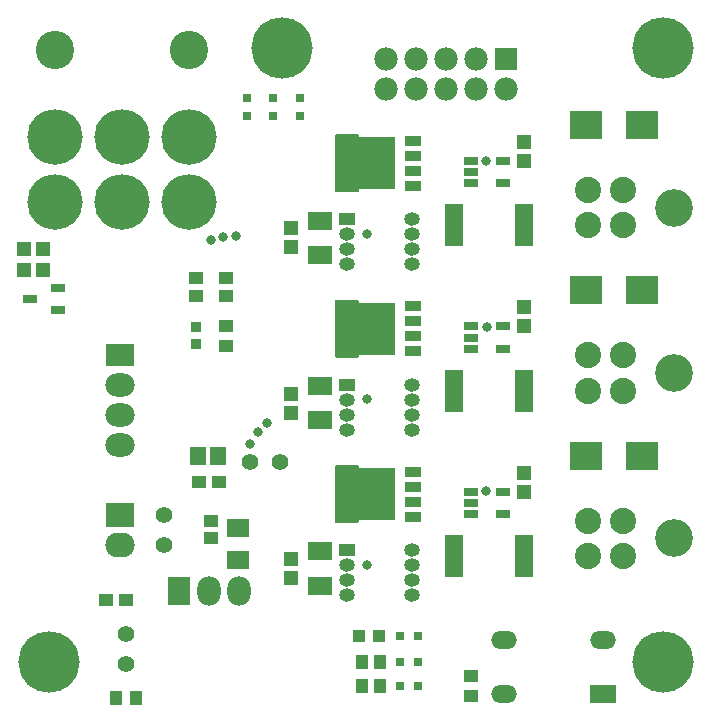
<source format=gts>
G04*
G04 #@! TF.GenerationSoftware,Altium Limited,Altium Designer,20.2.6 (244)*
G04*
G04 Layer_Color=8388736*
%FSLAX25Y25*%
%MOIN*%
G70*
G04*
G04 #@! TF.SameCoordinates,023A6027-31B4-44E3-9114-37264AD4D944*
G04*
G04*
G04 #@! TF.FilePolarity,Negative*
G04*
G01*
G75*
%ADD22R,0.03150X0.03150*%
%ADD23R,0.04469X0.04182*%
%ADD30R,0.03591X0.03772*%
%ADD31R,0.03150X0.03150*%
%ADD36R,0.04560X0.03985*%
%ADD45R,0.05276X0.04370*%
%ADD46O,0.05276X0.04370*%
%ADD47R,0.04921X0.03150*%
%ADD48R,0.04724X0.03937*%
%ADD49O,0.08661X0.05906*%
%ADD50R,0.08661X0.05906*%
%ADD51R,0.04724X0.04331*%
%ADD52R,0.04921X0.04331*%
%ADD53R,0.03937X0.04724*%
%ADD54R,0.04331X0.04724*%
%ADD55R,0.05512X0.06299*%
%ADD56R,0.07874X0.05906*%
%ADD57R,0.07795X0.06378*%
%ADD58R,0.05709X0.03543*%
%ADD59R,0.05315X0.03543*%
%ADD60R,0.04724X0.04724*%
%ADD61R,0.04724X0.03150*%
%ADD62R,0.05906X0.14173*%
%ADD63R,0.10630X0.09449*%
%ADD64R,0.04724X0.04724*%
%ADD65O,0.09787X0.07787*%
%ADD66R,0.09787X0.07787*%
%ADD67C,0.12795*%
%ADD68C,0.18504*%
%ADD69C,0.07787*%
%ADD70R,0.07787X0.07787*%
%ADD71C,0.20472*%
%ADD72R,0.09787X0.08287*%
%ADD73O,0.09787X0.08287*%
%ADD74C,0.08787*%
%ADD75C,0.12598*%
%ADD76O,0.07787X0.09787*%
%ADD77R,0.07787X0.09787*%
%ADD78C,0.05512*%
%ADD79C,0.03150*%
G36*
X118654Y81482D02*
X118705Y81472D01*
X118754Y81456D01*
X118800Y81433D01*
X118843Y81404D01*
X118882Y81370D01*
X118916Y81331D01*
X118944Y81289D01*
X118967Y81242D01*
X118984Y81193D01*
X118994Y81143D01*
X118997Y81091D01*
Y80502D01*
X130807D01*
X130859Y80498D01*
X130910Y80488D01*
X130958Y80472D01*
X131005Y80449D01*
X131048Y80420D01*
X131086Y80386D01*
X131121Y80347D01*
X131149Y80304D01*
X131172Y80258D01*
X131189Y80209D01*
X131199Y80159D01*
X131202Y80107D01*
Y63572D01*
X131199Y63520D01*
X131189Y63469D01*
X131172Y63421D01*
X131149Y63374D01*
X131121Y63332D01*
X131086Y63293D01*
X131048Y63259D01*
X131005Y63230D01*
X130958Y63207D01*
X130910Y63191D01*
X130859Y63181D01*
X130807Y63177D01*
X118997D01*
Y62587D01*
X118994Y62536D01*
X118984Y62485D01*
X118967Y62436D01*
X118944Y62390D01*
X118916Y62347D01*
X118882Y62308D01*
X118843Y62274D01*
X118800Y62246D01*
X118754Y62223D01*
X118705Y62206D01*
X118654Y62196D01*
X118603Y62193D01*
X111615Y62193D01*
X111563Y62196D01*
X111512Y62206D01*
X111464Y62223D01*
X111417Y62246D01*
X111374Y62274D01*
X111336Y62308D01*
X111302Y62347D01*
X111273Y62390D01*
X111250Y62436D01*
X111233Y62485D01*
X111223Y62536D01*
X111220Y62587D01*
Y71820D01*
X111220Y76544D01*
X111220Y79064D01*
Y79064D01*
Y79064D01*
X111220Y81091D01*
X111223Y81143D01*
X111233Y81194D01*
X111245Y81227D01*
X111250Y81242D01*
X111273Y81289D01*
D01*
X111273Y81289D01*
X111287Y81310D01*
X111302Y81331D01*
X111336Y81370D01*
X111336D01*
Y81370D01*
X111374Y81404D01*
X111396Y81419D01*
X111417Y81433D01*
X111417Y81433D01*
D01*
X111464Y81456D01*
X111479Y81461D01*
X111512Y81472D01*
X111563Y81482D01*
X111615Y81486D01*
X118603D01*
X118654Y81482D01*
D02*
G37*
G36*
X118654Y136601D02*
X118705Y136591D01*
X118754Y136574D01*
X118800Y136551D01*
X118843Y136522D01*
X118882Y136488D01*
X118916Y136450D01*
X118944Y136407D01*
X118967Y136360D01*
X118984Y136312D01*
X118994Y136261D01*
X118997Y136209D01*
Y135620D01*
X130807D01*
X130859Y135616D01*
X130910Y135606D01*
X130958Y135590D01*
X131005Y135567D01*
X131048Y135538D01*
X131086Y135504D01*
X131121Y135465D01*
X131149Y135423D01*
X131172Y135376D01*
X131188Y135327D01*
X131199Y135277D01*
X131202Y135225D01*
Y118690D01*
X131199Y118638D01*
X131188Y118588D01*
X131172Y118539D01*
X131149Y118492D01*
X131121Y118450D01*
X131086Y118411D01*
X131048Y118377D01*
X131005Y118348D01*
X130958Y118325D01*
X130910Y118309D01*
X130859Y118299D01*
X130807Y118295D01*
X118997D01*
Y117706D01*
X118994Y117654D01*
X118984Y117603D01*
X118967Y117554D01*
X118944Y117508D01*
X118916Y117465D01*
X118882Y117427D01*
X118843Y117393D01*
X118800Y117364D01*
X118754Y117341D01*
X118705Y117324D01*
X118654Y117314D01*
X118603Y117311D01*
X111615D01*
X111563Y117314D01*
X111512Y117324D01*
X111464Y117341D01*
X111417Y117364D01*
X111374Y117393D01*
X111336Y117427D01*
X111302Y117465D01*
X111273Y117508D01*
X111250Y117554D01*
X111233Y117603D01*
X111223Y117654D01*
X111220Y117706D01*
Y126938D01*
Y131662D01*
X111220Y134182D01*
Y134182D01*
Y134182D01*
X111220Y136209D01*
X111223Y136261D01*
X111233Y136312D01*
X111245Y136345D01*
X111250Y136360D01*
X111273Y136407D01*
D01*
X111273Y136407D01*
X111287Y136428D01*
X111302Y136450D01*
X111336Y136488D01*
X111336D01*
Y136488D01*
X111374Y136522D01*
X111396Y136537D01*
X111417Y136551D01*
X111417Y136551D01*
D01*
X111464Y136574D01*
X111479Y136579D01*
X111512Y136591D01*
X111563Y136601D01*
X111615Y136604D01*
X118603D01*
X118654Y136601D01*
D02*
G37*
G36*
Y191719D02*
X118705Y191709D01*
X118754Y191692D01*
X118800Y191669D01*
X118843Y191641D01*
X118882Y191606D01*
X118916Y191568D01*
X118944Y191525D01*
X118967Y191479D01*
X118984Y191430D01*
X118994Y191379D01*
X118997Y191328D01*
Y190738D01*
X130807D01*
X130859Y190735D01*
X130910Y190724D01*
X130958Y190708D01*
X131005Y190685D01*
X131048Y190656D01*
X131086Y190622D01*
X131121Y190584D01*
X131149Y190541D01*
X131172Y190494D01*
X131188Y190445D01*
X131199Y190395D01*
X131202Y190343D01*
Y173808D01*
X131199Y173756D01*
X131188Y173706D01*
X131172Y173657D01*
X131149Y173611D01*
X131121Y173568D01*
X131086Y173529D01*
X131048Y173495D01*
X131005Y173466D01*
X130958Y173443D01*
X130910Y173427D01*
X130859Y173417D01*
X130807Y173413D01*
X118997D01*
Y172824D01*
X118994Y172772D01*
X118984Y172722D01*
X118967Y172673D01*
X118944Y172626D01*
X118916Y172583D01*
X118882Y172545D01*
X118843Y172511D01*
X118800Y172482D01*
X118754Y172459D01*
X118705Y172442D01*
X118654Y172432D01*
X118603Y172429D01*
X111615D01*
X111563Y172432D01*
X111512Y172442D01*
X111464Y172459D01*
X111417Y172482D01*
X111374Y172511D01*
X111336Y172545D01*
X111302Y172583D01*
X111273Y172626D01*
X111250Y172673D01*
X111233Y172722D01*
X111223Y172772D01*
X111220Y172824D01*
Y182056D01*
Y186780D01*
X111220Y189300D01*
Y189300D01*
Y189300D01*
X111220Y191328D01*
X111223Y191379D01*
X111233Y191430D01*
X111245Y191463D01*
X111250Y191479D01*
X111273Y191525D01*
D01*
X111273Y191525D01*
X111287Y191546D01*
X111302Y191568D01*
X111336Y191606D01*
X111336D01*
Y191606D01*
X111374Y191641D01*
X111396Y191655D01*
X111417Y191669D01*
X111417Y191669D01*
D01*
X111464Y191692D01*
X111479Y191697D01*
X111512Y191709D01*
X111563Y191719D01*
X111615Y191722D01*
X118603D01*
X118654Y191719D01*
D02*
G37*
D22*
X81693Y203740D02*
D03*
X81693Y197835D02*
D03*
X90551Y203740D02*
D03*
Y197835D02*
D03*
X99409D02*
D03*
Y203740D02*
D03*
D23*
X125712Y24606D02*
D03*
X119291D02*
D03*
D30*
X64961Y127469D02*
D03*
Y121744D02*
D03*
D31*
X138779Y7874D02*
D03*
X132874D02*
D03*
X138779Y15748D02*
D03*
X132874D02*
D03*
X138779Y24606D02*
D03*
X132874D02*
D03*
D36*
X72457Y75787D02*
D03*
X65945D02*
D03*
X41339Y36417D02*
D03*
X34827D02*
D03*
D45*
X115158Y53217D02*
D03*
Y163453D02*
D03*
Y108335D02*
D03*
D46*
Y48217D02*
D03*
Y43217D02*
D03*
Y38217D02*
D03*
X136654Y53217D02*
D03*
Y48217D02*
D03*
Y43217D02*
D03*
Y38217D02*
D03*
X115158Y158454D02*
D03*
Y153454D02*
D03*
Y148453D02*
D03*
X136654Y163453D02*
D03*
Y158454D02*
D03*
Y153454D02*
D03*
Y148453D02*
D03*
X115158Y103335D02*
D03*
Y98335D02*
D03*
Y93335D02*
D03*
X136654Y108335D02*
D03*
Y103335D02*
D03*
Y98335D02*
D03*
Y93335D02*
D03*
D47*
X156496Y65146D02*
D03*
X167126D02*
D03*
Y72627D02*
D03*
X156496Y68887D02*
D03*
X156496Y72627D02*
D03*
X156496Y175383D02*
D03*
X167126D02*
D03*
Y182863D02*
D03*
X156496Y179123D02*
D03*
Y182863D02*
D03*
Y120265D02*
D03*
X167126D02*
D03*
Y127745D02*
D03*
X156496Y124005D02*
D03*
Y127745D02*
D03*
D48*
X69882Y62992D02*
D03*
Y57087D02*
D03*
X64961Y143701D02*
D03*
Y137795D02*
D03*
D49*
X167520Y23016D02*
D03*
X167520Y5299D02*
D03*
X200591Y23016D02*
D03*
D50*
Y5299D02*
D03*
D51*
X74803Y121260D02*
D03*
Y127953D02*
D03*
X156496Y11205D02*
D03*
Y4512D02*
D03*
D52*
X74803Y143701D02*
D03*
Y137992D02*
D03*
D53*
X125984Y7874D02*
D03*
X120079D02*
D03*
X125984Y15748D02*
D03*
X120079D02*
D03*
D54*
X44685Y3937D02*
D03*
X37992D02*
D03*
D55*
X72244Y84646D02*
D03*
X65551D02*
D03*
D56*
X106299Y52745D02*
D03*
Y41328D02*
D03*
Y162981D02*
D03*
Y151564D02*
D03*
Y107863D02*
D03*
Y96446D02*
D03*
D57*
X78740Y49882D02*
D03*
Y60354D02*
D03*
D58*
X137205Y179576D02*
D03*
Y174576D02*
D03*
Y184576D02*
D03*
Y189576D02*
D03*
X137205Y69339D02*
D03*
Y64339D02*
D03*
Y74339D02*
D03*
Y79339D02*
D03*
X137205Y134458D02*
D03*
Y129457D02*
D03*
Y119457D02*
D03*
Y124458D02*
D03*
D59*
X123032Y182076D02*
D03*
X123032Y71839D02*
D03*
X123032Y126957D02*
D03*
D60*
X13780Y146653D02*
D03*
X7480D02*
D03*
X13780Y153543D02*
D03*
X7480D02*
D03*
D61*
X9514Y136811D02*
D03*
X18962Y140551D02*
D03*
Y133071D02*
D03*
D62*
X174016Y51170D02*
D03*
X150788D02*
D03*
Y161406D02*
D03*
X174016D02*
D03*
X150788Y106288D02*
D03*
X174016D02*
D03*
D63*
X213318Y84646D02*
D03*
X194815D02*
D03*
Y194882D02*
D03*
X213318D02*
D03*
X194815Y139764D02*
D03*
X213318D02*
D03*
D64*
X96457Y43887D02*
D03*
Y50186D02*
D03*
X174213Y72627D02*
D03*
Y78926D02*
D03*
Y189162D02*
D03*
Y182863D02*
D03*
X96457Y160422D02*
D03*
Y154123D02*
D03*
X174213Y134044D02*
D03*
Y127745D02*
D03*
X96457Y105304D02*
D03*
Y99005D02*
D03*
D65*
X39370Y98110D02*
D03*
Y88110D02*
D03*
Y108110D02*
D03*
D66*
Y118110D02*
D03*
D67*
X62599Y219685D02*
D03*
X17717Y219685D02*
D03*
D68*
X62598Y169291D02*
D03*
X40157D02*
D03*
X17717D02*
D03*
X40157Y190945D02*
D03*
X62598Y190945D02*
D03*
X17717D02*
D03*
D69*
X148307Y206693D02*
D03*
X138307D02*
D03*
X158307D02*
D03*
X168307D02*
D03*
X148307Y216693D02*
D03*
X138307D02*
D03*
X158307D02*
D03*
X128307Y206693D02*
D03*
Y216693D02*
D03*
D70*
X168307D02*
D03*
D71*
X93504Y220472D02*
D03*
X15748Y15748D02*
D03*
X220472Y220472D02*
D03*
Y15748D02*
D03*
D72*
X39370Y64961D02*
D03*
D73*
Y54961D02*
D03*
D74*
X207137Y173228D02*
D03*
X195337D02*
D03*
X207137Y161429D02*
D03*
X195337Y161428D02*
D03*
Y51192D02*
D03*
X207137Y51193D02*
D03*
X195337Y62992D02*
D03*
X207137D02*
D03*
Y118110D02*
D03*
X195337D02*
D03*
X207137Y106311D02*
D03*
X195337Y106310D02*
D03*
D75*
X224145Y167323D02*
D03*
Y57087D02*
D03*
Y112205D02*
D03*
D76*
X79055Y39370D02*
D03*
X69055D02*
D03*
D77*
X59055D02*
D03*
D78*
X41339Y25184D02*
D03*
Y15184D02*
D03*
X54134Y64961D02*
D03*
Y54961D02*
D03*
X82677Y82677D02*
D03*
X92677D02*
D03*
D79*
X161417Y182863D02*
D03*
X121783Y48228D02*
D03*
X88582Y95472D02*
D03*
X82677Y88583D02*
D03*
X78059Y157995D02*
D03*
X69882Y156496D02*
D03*
X85630Y92520D02*
D03*
X73819Y157480D02*
D03*
X161700Y127574D02*
D03*
X161417Y72835D02*
D03*
X121783Y158465D02*
D03*
Y103347D02*
D03*
M02*

</source>
